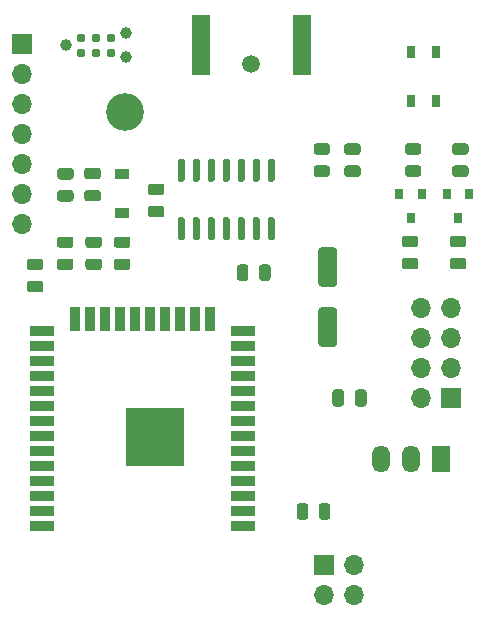
<source format=gts>
G04 #@! TF.GenerationSoftware,KiCad,Pcbnew,(5.1.9-0-10_14)*
G04 #@! TF.CreationDate,2021-04-14T10:29:31+02:00*
G04 #@! TF.ProjectId,ithowifi_4l,6974686f-7769-4666-995f-346c2e6b6963,rev?*
G04 #@! TF.SameCoordinates,Original*
G04 #@! TF.FileFunction,Soldermask,Top*
G04 #@! TF.FilePolarity,Negative*
%FSLAX46Y46*%
G04 Gerber Fmt 4.6, Leading zero omitted, Abs format (unit mm)*
G04 Created by KiCad (PCBNEW (5.1.9-0-10_14)) date 2021-04-14 10:29:31*
%MOMM*%
%LPD*%
G01*
G04 APERTURE LIST*
%ADD10R,0.650000X1.050000*%
%ADD11O,1.700000X1.700000*%
%ADD12R,1.700000X1.700000*%
%ADD13C,3.200000*%
%ADD14C,0.787400*%
%ADD15C,0.990600*%
%ADD16R,2.000000X0.900000*%
%ADD17R,0.900000X2.000000*%
%ADD18R,5.000000X5.000000*%
%ADD19C,1.500000*%
%ADD20R,1.200000X0.900000*%
%ADD21R,1.500000X5.080000*%
%ADD22R,0.800000X0.900000*%
%ADD23O,1.500000X2.300000*%
%ADD24R,1.500000X2.300000*%
G04 APERTURE END LIST*
G36*
G01*
X113032000Y-137293000D02*
X113032000Y-138243000D01*
G75*
G02*
X112782000Y-138493000I-250000J0D01*
G01*
X112282000Y-138493000D01*
G75*
G02*
X112032000Y-138243000I0J250000D01*
G01*
X112032000Y-137293000D01*
G75*
G02*
X112282000Y-137043000I250000J0D01*
G01*
X112782000Y-137043000D01*
G75*
G02*
X113032000Y-137293000I0J-250000D01*
G01*
G37*
G36*
G01*
X114932000Y-137293000D02*
X114932000Y-138243000D01*
G75*
G02*
X114682000Y-138493000I-250000J0D01*
G01*
X114182000Y-138493000D01*
G75*
G02*
X113932000Y-138243000I0J250000D01*
G01*
X113932000Y-137293000D01*
G75*
G02*
X114182000Y-137043000I250000J0D01*
G01*
X114682000Y-137043000D01*
G75*
G02*
X114932000Y-137293000I0J-250000D01*
G01*
G37*
D10*
X120832000Y-108468000D03*
X120832000Y-112618000D03*
X118682000Y-108468000D03*
X118682000Y-112618000D03*
G36*
G01*
X112182000Y-128355500D02*
X111082000Y-128355500D01*
G75*
G02*
X110832000Y-128105500I0J250000D01*
G01*
X110832000Y-125280500D01*
G75*
G02*
X111082000Y-125030500I250000J0D01*
G01*
X112182000Y-125030500D01*
G75*
G02*
X112432000Y-125280500I0J-250000D01*
G01*
X112432000Y-128105500D01*
G75*
G02*
X112182000Y-128355500I-250000J0D01*
G01*
G37*
G36*
G01*
X112182000Y-133430500D02*
X111082000Y-133430500D01*
G75*
G02*
X110832000Y-133180500I0J250000D01*
G01*
X110832000Y-130355500D01*
G75*
G02*
X111082000Y-130105500I250000J0D01*
G01*
X112182000Y-130105500D01*
G75*
G02*
X112432000Y-130355500I0J-250000D01*
G01*
X112432000Y-133180500D01*
G75*
G02*
X112182000Y-133430500I-250000J0D01*
G01*
G37*
D11*
X113832000Y-154468000D03*
X111292000Y-154468000D03*
X113832000Y-151928000D03*
D12*
X111292000Y-151928000D03*
D13*
X94488000Y-113538000D03*
G36*
G01*
X99372600Y-124416000D02*
X99072600Y-124416000D01*
G75*
G02*
X98922600Y-124266000I0J150000D01*
G01*
X98922600Y-122616000D01*
G75*
G02*
X99072600Y-122466000I150000J0D01*
G01*
X99372600Y-122466000D01*
G75*
G02*
X99522600Y-122616000I0J-150000D01*
G01*
X99522600Y-124266000D01*
G75*
G02*
X99372600Y-124416000I-150000J0D01*
G01*
G37*
G36*
G01*
X100642600Y-124416000D02*
X100342600Y-124416000D01*
G75*
G02*
X100192600Y-124266000I0J150000D01*
G01*
X100192600Y-122616000D01*
G75*
G02*
X100342600Y-122466000I150000J0D01*
G01*
X100642600Y-122466000D01*
G75*
G02*
X100792600Y-122616000I0J-150000D01*
G01*
X100792600Y-124266000D01*
G75*
G02*
X100642600Y-124416000I-150000J0D01*
G01*
G37*
G36*
G01*
X101912600Y-124416000D02*
X101612600Y-124416000D01*
G75*
G02*
X101462600Y-124266000I0J150000D01*
G01*
X101462600Y-122616000D01*
G75*
G02*
X101612600Y-122466000I150000J0D01*
G01*
X101912600Y-122466000D01*
G75*
G02*
X102062600Y-122616000I0J-150000D01*
G01*
X102062600Y-124266000D01*
G75*
G02*
X101912600Y-124416000I-150000J0D01*
G01*
G37*
G36*
G01*
X103182600Y-124416000D02*
X102882600Y-124416000D01*
G75*
G02*
X102732600Y-124266000I0J150000D01*
G01*
X102732600Y-122616000D01*
G75*
G02*
X102882600Y-122466000I150000J0D01*
G01*
X103182600Y-122466000D01*
G75*
G02*
X103332600Y-122616000I0J-150000D01*
G01*
X103332600Y-124266000D01*
G75*
G02*
X103182600Y-124416000I-150000J0D01*
G01*
G37*
G36*
G01*
X104452600Y-124416000D02*
X104152600Y-124416000D01*
G75*
G02*
X104002600Y-124266000I0J150000D01*
G01*
X104002600Y-122616000D01*
G75*
G02*
X104152600Y-122466000I150000J0D01*
G01*
X104452600Y-122466000D01*
G75*
G02*
X104602600Y-122616000I0J-150000D01*
G01*
X104602600Y-124266000D01*
G75*
G02*
X104452600Y-124416000I-150000J0D01*
G01*
G37*
G36*
G01*
X105722600Y-124416000D02*
X105422600Y-124416000D01*
G75*
G02*
X105272600Y-124266000I0J150000D01*
G01*
X105272600Y-122616000D01*
G75*
G02*
X105422600Y-122466000I150000J0D01*
G01*
X105722600Y-122466000D01*
G75*
G02*
X105872600Y-122616000I0J-150000D01*
G01*
X105872600Y-124266000D01*
G75*
G02*
X105722600Y-124416000I-150000J0D01*
G01*
G37*
G36*
G01*
X106992600Y-124416000D02*
X106692600Y-124416000D01*
G75*
G02*
X106542600Y-124266000I0J150000D01*
G01*
X106542600Y-122616000D01*
G75*
G02*
X106692600Y-122466000I150000J0D01*
G01*
X106992600Y-122466000D01*
G75*
G02*
X107142600Y-122616000I0J-150000D01*
G01*
X107142600Y-124266000D01*
G75*
G02*
X106992600Y-124416000I-150000J0D01*
G01*
G37*
G36*
G01*
X106992600Y-119466000D02*
X106692600Y-119466000D01*
G75*
G02*
X106542600Y-119316000I0J150000D01*
G01*
X106542600Y-117666000D01*
G75*
G02*
X106692600Y-117516000I150000J0D01*
G01*
X106992600Y-117516000D01*
G75*
G02*
X107142600Y-117666000I0J-150000D01*
G01*
X107142600Y-119316000D01*
G75*
G02*
X106992600Y-119466000I-150000J0D01*
G01*
G37*
G36*
G01*
X105722600Y-119466000D02*
X105422600Y-119466000D01*
G75*
G02*
X105272600Y-119316000I0J150000D01*
G01*
X105272600Y-117666000D01*
G75*
G02*
X105422600Y-117516000I150000J0D01*
G01*
X105722600Y-117516000D01*
G75*
G02*
X105872600Y-117666000I0J-150000D01*
G01*
X105872600Y-119316000D01*
G75*
G02*
X105722600Y-119466000I-150000J0D01*
G01*
G37*
G36*
G01*
X104452600Y-119466000D02*
X104152600Y-119466000D01*
G75*
G02*
X104002600Y-119316000I0J150000D01*
G01*
X104002600Y-117666000D01*
G75*
G02*
X104152600Y-117516000I150000J0D01*
G01*
X104452600Y-117516000D01*
G75*
G02*
X104602600Y-117666000I0J-150000D01*
G01*
X104602600Y-119316000D01*
G75*
G02*
X104452600Y-119466000I-150000J0D01*
G01*
G37*
G36*
G01*
X103182600Y-119466000D02*
X102882600Y-119466000D01*
G75*
G02*
X102732600Y-119316000I0J150000D01*
G01*
X102732600Y-117666000D01*
G75*
G02*
X102882600Y-117516000I150000J0D01*
G01*
X103182600Y-117516000D01*
G75*
G02*
X103332600Y-117666000I0J-150000D01*
G01*
X103332600Y-119316000D01*
G75*
G02*
X103182600Y-119466000I-150000J0D01*
G01*
G37*
G36*
G01*
X101912600Y-119466000D02*
X101612600Y-119466000D01*
G75*
G02*
X101462600Y-119316000I0J150000D01*
G01*
X101462600Y-117666000D01*
G75*
G02*
X101612600Y-117516000I150000J0D01*
G01*
X101912600Y-117516000D01*
G75*
G02*
X102062600Y-117666000I0J-150000D01*
G01*
X102062600Y-119316000D01*
G75*
G02*
X101912600Y-119466000I-150000J0D01*
G01*
G37*
G36*
G01*
X100642600Y-119466000D02*
X100342600Y-119466000D01*
G75*
G02*
X100192600Y-119316000I0J150000D01*
G01*
X100192600Y-117666000D01*
G75*
G02*
X100342600Y-117516000I150000J0D01*
G01*
X100642600Y-117516000D01*
G75*
G02*
X100792600Y-117666000I0J-150000D01*
G01*
X100792600Y-119316000D01*
G75*
G02*
X100642600Y-119466000I-150000J0D01*
G01*
G37*
G36*
G01*
X99372600Y-119466000D02*
X99072600Y-119466000D01*
G75*
G02*
X98922600Y-119316000I0J150000D01*
G01*
X98922600Y-117666000D01*
G75*
G02*
X99072600Y-117516000I150000J0D01*
G01*
X99372600Y-117516000D01*
G75*
G02*
X99522600Y-117666000I0J-150000D01*
G01*
X99522600Y-119316000D01*
G75*
G02*
X99372600Y-119466000I-150000J0D01*
G01*
G37*
D14*
X93306000Y-107266400D03*
X92036000Y-107266400D03*
X93306000Y-108536400D03*
X92036000Y-108536400D03*
X90766000Y-108536400D03*
X90766000Y-107266400D03*
D15*
X94576000Y-108917400D03*
X94576000Y-106885400D03*
X89496000Y-107901400D03*
D16*
X87477600Y-148615400D03*
X87477600Y-147345400D03*
X87477600Y-146075400D03*
X87477600Y-144805400D03*
X87477600Y-143535400D03*
X87477600Y-142265400D03*
X87477600Y-140995400D03*
X87477600Y-139725400D03*
X87477600Y-138455400D03*
X87477600Y-137185400D03*
X87477600Y-135915400D03*
X87477600Y-134645400D03*
X87477600Y-133375400D03*
X87477600Y-132105400D03*
D17*
X90262600Y-131105400D03*
X91532600Y-131105400D03*
X92802600Y-131105400D03*
X94072600Y-131105400D03*
X95342600Y-131105400D03*
X96612600Y-131105400D03*
X97882600Y-131105400D03*
X99152600Y-131105400D03*
X100422600Y-131105400D03*
X101692600Y-131105400D03*
D16*
X104477600Y-132105400D03*
X104477600Y-133375400D03*
X104477600Y-134645400D03*
X104477600Y-135915400D03*
X104477600Y-137185400D03*
X104477600Y-138455400D03*
X104477600Y-139725400D03*
X104477600Y-140995400D03*
X104477600Y-142265400D03*
X104477600Y-143535400D03*
X104477600Y-144805400D03*
X104477600Y-146075400D03*
X104477600Y-147345400D03*
X104477600Y-148615400D03*
D18*
X96977600Y-141115400D03*
G36*
G01*
X105819500Y-127624250D02*
X105819500Y-126711750D01*
G75*
G02*
X106063250Y-126468000I243750J0D01*
G01*
X106550750Y-126468000D01*
G75*
G02*
X106794500Y-126711750I0J-243750D01*
G01*
X106794500Y-127624250D01*
G75*
G02*
X106550750Y-127868000I-243750J0D01*
G01*
X106063250Y-127868000D01*
G75*
G02*
X105819500Y-127624250I0J243750D01*
G01*
G37*
G36*
G01*
X103944500Y-127624250D02*
X103944500Y-126711750D01*
G75*
G02*
X104188250Y-126468000I243750J0D01*
G01*
X104675750Y-126468000D01*
G75*
G02*
X104919500Y-126711750I0J-243750D01*
G01*
X104919500Y-127624250D01*
G75*
G02*
X104675750Y-127868000I-243750J0D01*
G01*
X104188250Y-127868000D01*
G75*
G02*
X103944500Y-127624250I0J243750D01*
G01*
G37*
D19*
X105181400Y-109474000D03*
G36*
G01*
X87324250Y-126954100D02*
X86411750Y-126954100D01*
G75*
G02*
X86168000Y-126710350I0J243750D01*
G01*
X86168000Y-126222850D01*
G75*
G02*
X86411750Y-125979100I243750J0D01*
G01*
X87324250Y-125979100D01*
G75*
G02*
X87568000Y-126222850I0J-243750D01*
G01*
X87568000Y-126710350D01*
G75*
G02*
X87324250Y-126954100I-243750J0D01*
G01*
G37*
G36*
G01*
X87324250Y-128829100D02*
X86411750Y-128829100D01*
G75*
G02*
X86168000Y-128585350I0J243750D01*
G01*
X86168000Y-128097850D01*
G75*
G02*
X86411750Y-127854100I243750J0D01*
G01*
X87324250Y-127854100D01*
G75*
G02*
X87568000Y-128097850I0J-243750D01*
G01*
X87568000Y-128585350D01*
G75*
G02*
X87324250Y-128829100I-243750J0D01*
G01*
G37*
G36*
G01*
X88951750Y-125974500D02*
X89864250Y-125974500D01*
G75*
G02*
X90108000Y-126218250I0J-243750D01*
G01*
X90108000Y-126705750D01*
G75*
G02*
X89864250Y-126949500I-243750J0D01*
G01*
X88951750Y-126949500D01*
G75*
G02*
X88708000Y-126705750I0J243750D01*
G01*
X88708000Y-126218250D01*
G75*
G02*
X88951750Y-125974500I243750J0D01*
G01*
G37*
G36*
G01*
X88951750Y-124099500D02*
X89864250Y-124099500D01*
G75*
G02*
X90108000Y-124343250I0J-243750D01*
G01*
X90108000Y-124830750D01*
G75*
G02*
X89864250Y-125074500I-243750J0D01*
G01*
X88951750Y-125074500D01*
G75*
G02*
X88708000Y-124830750I0J243750D01*
G01*
X88708000Y-124343250D01*
G75*
G02*
X88951750Y-124099500I243750J0D01*
G01*
G37*
G36*
G01*
X94690250Y-125074500D02*
X93777750Y-125074500D01*
G75*
G02*
X93534000Y-124830750I0J243750D01*
G01*
X93534000Y-124343250D01*
G75*
G02*
X93777750Y-124099500I243750J0D01*
G01*
X94690250Y-124099500D01*
G75*
G02*
X94934000Y-124343250I0J-243750D01*
G01*
X94934000Y-124830750D01*
G75*
G02*
X94690250Y-125074500I-243750J0D01*
G01*
G37*
G36*
G01*
X94690250Y-126949500D02*
X93777750Y-126949500D01*
G75*
G02*
X93534000Y-126705750I0J243750D01*
G01*
X93534000Y-126218250D01*
G75*
G02*
X93777750Y-125974500I243750J0D01*
G01*
X94690250Y-125974500D01*
G75*
G02*
X94934000Y-126218250I0J-243750D01*
G01*
X94934000Y-126705750D01*
G75*
G02*
X94690250Y-126949500I-243750J0D01*
G01*
G37*
G36*
G01*
X89888250Y-119280500D02*
X88975750Y-119280500D01*
G75*
G02*
X88732000Y-119036750I0J243750D01*
G01*
X88732000Y-118549250D01*
G75*
G02*
X88975750Y-118305500I243750J0D01*
G01*
X89888250Y-118305500D01*
G75*
G02*
X90132000Y-118549250I0J-243750D01*
G01*
X90132000Y-119036750D01*
G75*
G02*
X89888250Y-119280500I-243750J0D01*
G01*
G37*
G36*
G01*
X89888250Y-121155500D02*
X88975750Y-121155500D01*
G75*
G02*
X88732000Y-120911750I0J243750D01*
G01*
X88732000Y-120424250D01*
G75*
G02*
X88975750Y-120180500I243750J0D01*
G01*
X89888250Y-120180500D01*
G75*
G02*
X90132000Y-120424250I0J-243750D01*
G01*
X90132000Y-120911750D01*
G75*
G02*
X89888250Y-121155500I-243750J0D01*
G01*
G37*
D11*
X85725000Y-123037600D03*
X85725000Y-120497600D03*
X85725000Y-117957600D03*
X85725000Y-115417600D03*
X85725000Y-112877600D03*
X85725000Y-110337600D03*
D12*
X85725000Y-107797600D03*
D20*
X94232000Y-122068000D03*
X94232000Y-118768000D03*
G36*
G01*
X110886900Y-147827050D02*
X110886900Y-146914550D01*
G75*
G02*
X111130650Y-146670800I243750J0D01*
G01*
X111618150Y-146670800D01*
G75*
G02*
X111861900Y-146914550I0J-243750D01*
G01*
X111861900Y-147827050D01*
G75*
G02*
X111618150Y-148070800I-243750J0D01*
G01*
X111130650Y-148070800D01*
G75*
G02*
X110886900Y-147827050I0J243750D01*
G01*
G37*
G36*
G01*
X109011900Y-147827050D02*
X109011900Y-146914550D01*
G75*
G02*
X109255650Y-146670800I243750J0D01*
G01*
X109743150Y-146670800D01*
G75*
G02*
X109986900Y-146914550I0J-243750D01*
G01*
X109986900Y-147827050D01*
G75*
G02*
X109743150Y-148070800I-243750J0D01*
G01*
X109255650Y-148070800D01*
G75*
G02*
X109011900Y-147827050I0J243750D01*
G01*
G37*
G36*
G01*
X92188250Y-119255500D02*
X91275750Y-119255500D01*
G75*
G02*
X91032000Y-119011750I0J243750D01*
G01*
X91032000Y-118524250D01*
G75*
G02*
X91275750Y-118280500I243750J0D01*
G01*
X92188250Y-118280500D01*
G75*
G02*
X92432000Y-118524250I0J-243750D01*
G01*
X92432000Y-119011750D01*
G75*
G02*
X92188250Y-119255500I-243750J0D01*
G01*
G37*
G36*
G01*
X92188250Y-121130500D02*
X91275750Y-121130500D01*
G75*
G02*
X91032000Y-120886750I0J243750D01*
G01*
X91032000Y-120399250D01*
G75*
G02*
X91275750Y-120155500I243750J0D01*
G01*
X92188250Y-120155500D01*
G75*
G02*
X92432000Y-120399250I0J-243750D01*
G01*
X92432000Y-120886750D01*
G75*
G02*
X92188250Y-121130500I-243750J0D01*
G01*
G37*
D21*
X100931400Y-107848400D03*
X109431400Y-107848400D03*
G36*
G01*
X110675750Y-118080500D02*
X111588250Y-118080500D01*
G75*
G02*
X111832000Y-118324250I0J-243750D01*
G01*
X111832000Y-118811750D01*
G75*
G02*
X111588250Y-119055500I-243750J0D01*
G01*
X110675750Y-119055500D01*
G75*
G02*
X110432000Y-118811750I0J243750D01*
G01*
X110432000Y-118324250D01*
G75*
G02*
X110675750Y-118080500I243750J0D01*
G01*
G37*
G36*
G01*
X110675750Y-116205500D02*
X111588250Y-116205500D01*
G75*
G02*
X111832000Y-116449250I0J-243750D01*
G01*
X111832000Y-116936750D01*
G75*
G02*
X111588250Y-117180500I-243750J0D01*
G01*
X110675750Y-117180500D01*
G75*
G02*
X110432000Y-116936750I0J243750D01*
G01*
X110432000Y-116449250D01*
G75*
G02*
X110675750Y-116205500I243750J0D01*
G01*
G37*
G36*
G01*
X92277250Y-126949500D02*
X91364750Y-126949500D01*
G75*
G02*
X91121000Y-126705750I0J243750D01*
G01*
X91121000Y-126218250D01*
G75*
G02*
X91364750Y-125974500I243750J0D01*
G01*
X92277250Y-125974500D01*
G75*
G02*
X92521000Y-126218250I0J-243750D01*
G01*
X92521000Y-126705750D01*
G75*
G02*
X92277250Y-126949500I-243750J0D01*
G01*
G37*
G36*
G01*
X92277250Y-125074500D02*
X91364750Y-125074500D01*
G75*
G02*
X91121000Y-124830750I0J243750D01*
G01*
X91121000Y-124343250D01*
G75*
G02*
X91364750Y-124099500I243750J0D01*
G01*
X92277250Y-124099500D01*
G75*
G02*
X92521000Y-124343250I0J-243750D01*
G01*
X92521000Y-124830750D01*
G75*
G02*
X92277250Y-125074500I-243750J0D01*
G01*
G37*
G36*
G01*
X113275750Y-118080500D02*
X114188250Y-118080500D01*
G75*
G02*
X114432000Y-118324250I0J-243750D01*
G01*
X114432000Y-118811750D01*
G75*
G02*
X114188250Y-119055500I-243750J0D01*
G01*
X113275750Y-119055500D01*
G75*
G02*
X113032000Y-118811750I0J243750D01*
G01*
X113032000Y-118324250D01*
G75*
G02*
X113275750Y-118080500I243750J0D01*
G01*
G37*
G36*
G01*
X113275750Y-116205500D02*
X114188250Y-116205500D01*
G75*
G02*
X114432000Y-116449250I0J-243750D01*
G01*
X114432000Y-116936750D01*
G75*
G02*
X114188250Y-117180500I-243750J0D01*
G01*
X113275750Y-117180500D01*
G75*
G02*
X113032000Y-116936750I0J243750D01*
G01*
X113032000Y-116449250D01*
G75*
G02*
X113275750Y-116205500I243750J0D01*
G01*
G37*
G36*
G01*
X118161750Y-125911000D02*
X119074250Y-125911000D01*
G75*
G02*
X119318000Y-126154750I0J-243750D01*
G01*
X119318000Y-126642250D01*
G75*
G02*
X119074250Y-126886000I-243750J0D01*
G01*
X118161750Y-126886000D01*
G75*
G02*
X117918000Y-126642250I0J243750D01*
G01*
X117918000Y-126154750D01*
G75*
G02*
X118161750Y-125911000I243750J0D01*
G01*
G37*
G36*
G01*
X118161750Y-124036000D02*
X119074250Y-124036000D01*
G75*
G02*
X119318000Y-124279750I0J-243750D01*
G01*
X119318000Y-124767250D01*
G75*
G02*
X119074250Y-125011000I-243750J0D01*
G01*
X118161750Y-125011000D01*
G75*
G02*
X117918000Y-124767250I0J243750D01*
G01*
X117918000Y-124279750D01*
G75*
G02*
X118161750Y-124036000I243750J0D01*
G01*
G37*
G36*
G01*
X122225750Y-125911000D02*
X123138250Y-125911000D01*
G75*
G02*
X123382000Y-126154750I0J-243750D01*
G01*
X123382000Y-126642250D01*
G75*
G02*
X123138250Y-126886000I-243750J0D01*
G01*
X122225750Y-126886000D01*
G75*
G02*
X121982000Y-126642250I0J243750D01*
G01*
X121982000Y-126154750D01*
G75*
G02*
X122225750Y-125911000I243750J0D01*
G01*
G37*
G36*
G01*
X122225750Y-124036000D02*
X123138250Y-124036000D01*
G75*
G02*
X123382000Y-124279750I0J-243750D01*
G01*
X123382000Y-124767250D01*
G75*
G02*
X123138250Y-125011000I-243750J0D01*
G01*
X122225750Y-125011000D01*
G75*
G02*
X121982000Y-124767250I0J243750D01*
G01*
X121982000Y-124279750D01*
G75*
G02*
X122225750Y-124036000I243750J0D01*
G01*
G37*
G36*
G01*
X118415750Y-118074400D02*
X119328250Y-118074400D01*
G75*
G02*
X119572000Y-118318150I0J-243750D01*
G01*
X119572000Y-118805650D01*
G75*
G02*
X119328250Y-119049400I-243750J0D01*
G01*
X118415750Y-119049400D01*
G75*
G02*
X118172000Y-118805650I0J243750D01*
G01*
X118172000Y-118318150D01*
G75*
G02*
X118415750Y-118074400I243750J0D01*
G01*
G37*
G36*
G01*
X118415750Y-116199400D02*
X119328250Y-116199400D01*
G75*
G02*
X119572000Y-116443150I0J-243750D01*
G01*
X119572000Y-116930650D01*
G75*
G02*
X119328250Y-117174400I-243750J0D01*
G01*
X118415750Y-117174400D01*
G75*
G02*
X118172000Y-116930650I0J243750D01*
G01*
X118172000Y-116443150D01*
G75*
G02*
X118415750Y-116199400I243750J0D01*
G01*
G37*
G36*
G01*
X123316050Y-117174400D02*
X122403550Y-117174400D01*
G75*
G02*
X122159800Y-116930650I0J243750D01*
G01*
X122159800Y-116443150D01*
G75*
G02*
X122403550Y-116199400I243750J0D01*
G01*
X123316050Y-116199400D01*
G75*
G02*
X123559800Y-116443150I0J-243750D01*
G01*
X123559800Y-116930650D01*
G75*
G02*
X123316050Y-117174400I-243750J0D01*
G01*
G37*
G36*
G01*
X123316050Y-119049400D02*
X122403550Y-119049400D01*
G75*
G02*
X122159800Y-118805650I0J243750D01*
G01*
X122159800Y-118318150D01*
G75*
G02*
X122403550Y-118074400I243750J0D01*
G01*
X123316050Y-118074400D01*
G75*
G02*
X123559800Y-118318150I0J-243750D01*
G01*
X123559800Y-118805650D01*
G75*
G02*
X123316050Y-119049400I-243750J0D01*
G01*
G37*
G36*
G01*
X97570650Y-122479100D02*
X96658150Y-122479100D01*
G75*
G02*
X96414400Y-122235350I0J243750D01*
G01*
X96414400Y-121747850D01*
G75*
G02*
X96658150Y-121504100I243750J0D01*
G01*
X97570650Y-121504100D01*
G75*
G02*
X97814400Y-121747850I0J-243750D01*
G01*
X97814400Y-122235350D01*
G75*
G02*
X97570650Y-122479100I-243750J0D01*
G01*
G37*
G36*
G01*
X97570650Y-120604100D02*
X96658150Y-120604100D01*
G75*
G02*
X96414400Y-120360350I0J243750D01*
G01*
X96414400Y-119872850D01*
G75*
G02*
X96658150Y-119629100I243750J0D01*
G01*
X97570650Y-119629100D01*
G75*
G02*
X97814400Y-119872850I0J-243750D01*
G01*
X97814400Y-120360350D01*
G75*
G02*
X97570650Y-120604100I-243750J0D01*
G01*
G37*
D22*
X118658600Y-122539000D03*
X117708600Y-120539000D03*
X119608600Y-120539000D03*
X122656600Y-122539000D03*
X121706600Y-120539000D03*
X123606600Y-120539000D03*
D23*
X116179600Y-142951200D03*
X118719600Y-142951200D03*
D24*
X121259600Y-142951200D03*
D12*
X122047000Y-137795000D03*
D11*
X119507000Y-137795000D03*
X122047000Y-135255000D03*
X119507000Y-135255000D03*
X122047000Y-132715000D03*
X119507000Y-132715000D03*
X122047000Y-130175000D03*
X119507000Y-130175000D03*
M02*

</source>
